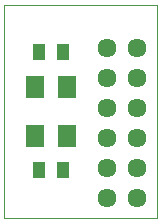
<source format=gts>
G75*
G70*
%OFA0B0*%
%FSLAX24Y24*%
%IPPOS*%
%LPD*%
%AMOC8*
5,1,8,0,0,1.08239X$1,22.5*
%
%ADD10C,0.0000*%
%ADD11C,0.0634*%
%ADD12R,0.0434X0.0532*%
%ADD13R,0.0631X0.0749*%
D10*
X000534Y001854D02*
X000534Y008941D01*
X005652Y008941D01*
X005652Y001854D01*
X000534Y001854D01*
D11*
X003971Y002504D03*
X003971Y003504D03*
X003971Y004504D03*
X003971Y005504D03*
X003971Y006504D03*
X003971Y007504D03*
X004971Y007504D03*
X004971Y006504D03*
X004971Y005504D03*
X004971Y004504D03*
X004971Y003504D03*
X004971Y002504D03*
D12*
X002503Y003429D03*
X001715Y003429D03*
X001715Y007366D03*
X002503Y007366D03*
D13*
X002640Y006225D03*
X001577Y006225D03*
X001577Y004571D03*
X002640Y004571D03*
M02*

</source>
